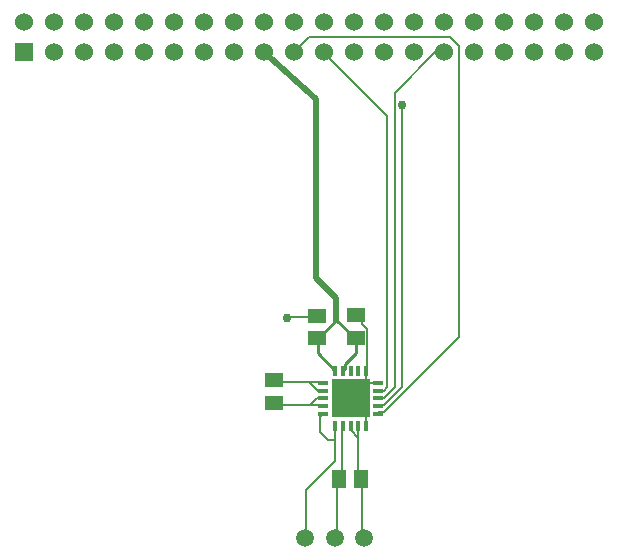
<source format=gbr>
G04 EAGLE Gerber RS-274X export*
G75*
%MOMM*%
%FSLAX34Y34*%
%LPD*%
%INTop Copper*%
%IPPOS*%
%AMOC8*
5,1,8,0,0,1.08239X$1,22.5*%
G01*
G04 Define Apertures*
%ADD10R,1.500000X1.240000*%
%ADD11R,1.240000X1.500000*%
%ADD12R,0.350000X0.950000*%
%ADD13R,0.950000X0.350000*%
%ADD14R,3.250000X3.250000*%
%ADD15R,1.530000X1.530000*%
%ADD16C,1.530000*%
%ADD17C,1.508000*%
%ADD18C,0.200000*%
%ADD19C,0.152900*%
%ADD20C,0.756400*%
%ADD21C,0.508000*%
%ADD22C,0.254000*%
D10*
X364836Y268252D03*
X364836Y287252D03*
X332298Y267780D03*
X332298Y286780D03*
D11*
X350208Y148700D03*
X369208Y148700D03*
D10*
X295248Y213124D03*
X295248Y232124D03*
D12*
X373414Y240175D03*
X366914Y240175D03*
X360414Y240175D03*
X353914Y240175D03*
X347414Y240175D03*
D13*
X337014Y229775D03*
X337014Y223275D03*
X337014Y216775D03*
X337014Y210275D03*
X337014Y203775D03*
D12*
X347414Y193375D03*
X353914Y193375D03*
X360414Y193375D03*
X366914Y193375D03*
X373414Y193375D03*
D13*
X383814Y203775D03*
X383814Y210275D03*
X383814Y216775D03*
X383814Y223275D03*
X383814Y229775D03*
D14*
X360414Y216775D03*
D15*
X83700Y509907D03*
D16*
X83700Y535307D03*
X109100Y509907D03*
X109100Y535307D03*
X134500Y509907D03*
X134500Y535307D03*
X159900Y509907D03*
X159900Y535307D03*
X185300Y509907D03*
X185300Y535307D03*
X210700Y509907D03*
X210700Y535307D03*
X236100Y509907D03*
X236100Y535307D03*
X261500Y509907D03*
X261500Y535307D03*
X286900Y509907D03*
X286900Y535307D03*
X312300Y509907D03*
X312300Y535307D03*
X337700Y509907D03*
X337700Y535307D03*
X363100Y509907D03*
X363100Y535307D03*
X388500Y509907D03*
X388500Y535307D03*
X413900Y509907D03*
X413900Y535307D03*
X439300Y509907D03*
X439300Y535307D03*
X464700Y509907D03*
X464700Y535307D03*
X490100Y509907D03*
X490100Y535307D03*
X515500Y509907D03*
X515500Y535307D03*
X540900Y509907D03*
X540900Y535307D03*
X566300Y509907D03*
X566300Y535307D03*
D17*
X321858Y98766D03*
X346858Y98766D03*
X371858Y98766D03*
D18*
X373414Y193375D02*
X373414Y203424D01*
D19*
X331149Y286136D02*
X332298Y286780D01*
D20*
X306200Y285204D03*
D18*
X306319Y285324D02*
X331149Y285324D01*
X306319Y285324D02*
X306200Y285204D01*
X331149Y285324D02*
X331149Y286136D01*
X371194Y229775D02*
X371194Y226366D01*
D19*
X371669Y226366D02*
X360414Y216775D01*
X371194Y226366D02*
X371669Y226366D01*
X360962Y215660D02*
X373198Y203424D01*
X360962Y215660D02*
X360414Y216775D01*
X373198Y203424D02*
X373414Y203424D01*
D18*
X373522Y229775D02*
X383814Y229775D01*
X373522Y229775D02*
X371194Y229775D01*
X373414Y240175D02*
X373522Y240175D01*
X373522Y229775D01*
D20*
X360360Y216305D03*
D19*
X370139Y279899D02*
X370139Y284487D01*
X370139Y279899D02*
X374728Y275310D01*
X374728Y241661D01*
X370139Y284487D02*
X364836Y287252D01*
X374728Y241661D02*
X373414Y240175D01*
X360962Y217189D02*
X360414Y216775D01*
X360360Y216305D02*
X360962Y217189D01*
X332678Y266252D02*
X332425Y267269D01*
X332298Y267780D01*
D21*
X331229Y318545D02*
X331229Y469863D01*
X286900Y509907D01*
D18*
X364836Y268252D02*
X364836Y266644D01*
D22*
X332639Y266252D02*
X332639Y254951D01*
D18*
X332639Y266252D02*
X332678Y266252D01*
D22*
X332639Y254951D02*
X347414Y240175D01*
D21*
X348187Y301586D02*
X331229Y318545D01*
X348187Y301586D02*
X348187Y283294D01*
D18*
X348187Y283031D01*
D22*
X332425Y267269D01*
X348187Y283294D02*
X364836Y266644D01*
X355864Y246085D02*
X355864Y242125D01*
X353914Y240175D01*
X364836Y255057D02*
X364836Y266644D01*
X364836Y255057D02*
X355864Y246085D01*
D19*
X325073Y230955D02*
X296723Y230955D01*
X325073Y230955D02*
X336490Y230955D01*
X337014Y229775D01*
X296723Y230955D02*
X295248Y232124D01*
D18*
X325073Y230955D02*
X332753Y223275D01*
X337014Y223275D01*
D19*
X326209Y211071D02*
X298253Y211071D01*
X326209Y211071D02*
X336490Y211071D01*
X298253Y211071D02*
X296723Y212601D01*
X336490Y211071D02*
X337014Y210275D01*
X296723Y212601D02*
X295248Y213124D01*
D18*
X331913Y216775D02*
X337014Y216775D01*
X331913Y216775D02*
X326209Y211071D01*
D19*
X353315Y192717D02*
X353315Y152950D01*
X350256Y149891D01*
X353315Y192717D02*
X353914Y193375D01*
X350256Y149891D02*
X350208Y148700D01*
X348726Y148362D02*
X348726Y100947D01*
X347197Y99418D01*
X348726Y148362D02*
X350208Y148700D01*
X347197Y99418D02*
X346858Y98766D01*
X347197Y163657D02*
X347197Y181287D01*
X347197Y192717D01*
X347197Y163657D02*
X322725Y139185D01*
X322725Y99418D01*
X347197Y192717D02*
X347414Y193375D01*
X322725Y99418D02*
X321858Y98766D01*
D18*
X334474Y201235D02*
X337014Y203775D01*
X334474Y201235D02*
X334474Y187960D01*
X341147Y181287D01*
X347197Y181287D01*
D19*
X367080Y183210D02*
X367080Y192717D01*
X367080Y183210D02*
X367080Y151421D01*
X368610Y149891D01*
X367080Y192717D02*
X366914Y193375D01*
X368610Y149891D02*
X369208Y148700D01*
X370139Y148362D02*
X370139Y100947D01*
X371669Y99418D01*
X370139Y148362D02*
X369208Y148700D01*
X371669Y99418D02*
X371858Y98766D01*
D18*
X367080Y183210D02*
X360414Y189876D01*
X360414Y193375D01*
D19*
X383905Y204953D02*
X388493Y204953D01*
X383905Y204953D02*
X383814Y203775D01*
X388493Y204953D02*
X452213Y268673D01*
X452213Y515182D01*
X444825Y522570D01*
X325265Y522570D01*
X313548Y510853D01*
X388493Y204953D02*
X383814Y203775D01*
X312300Y509907D02*
X313548Y510853D01*
X383905Y211071D02*
X388493Y211071D01*
X383905Y211071D02*
X383814Y210275D01*
X388493Y211071D02*
X403788Y226366D01*
X403788Y464968D01*
X388493Y211071D02*
X383814Y210275D01*
D20*
X403788Y464968D03*
D19*
X384228Y217189D02*
X383814Y216775D01*
X384228Y217189D02*
X386964Y217189D01*
X388493Y217189D01*
X397670Y226366D01*
X397670Y475647D01*
X431930Y509907D02*
X439300Y509907D01*
X431930Y509907D02*
X397670Y475647D01*
X386964Y217189D02*
X383814Y216775D01*
X383814Y223275D02*
X383905Y223307D01*
X386964Y223307D02*
X387091Y223307D01*
X386964Y223307D02*
X383905Y223307D01*
X387091Y223307D02*
X388493Y223307D01*
X391552Y226366D01*
X391552Y455791D01*
X338020Y509324D01*
X383814Y223275D02*
X386964Y223307D01*
X338020Y509324D02*
X337700Y509907D01*
M02*

</source>
